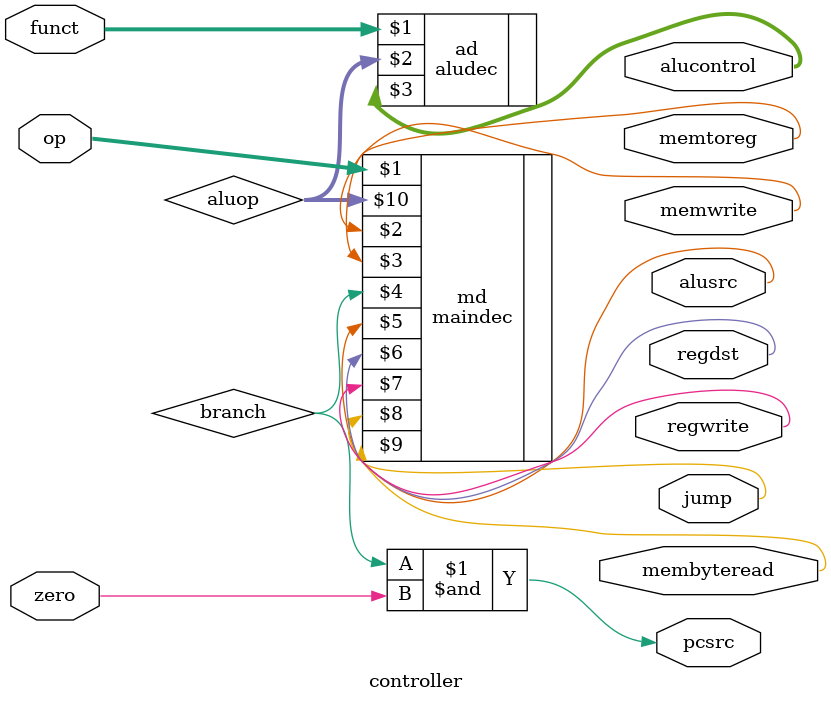
<source format=sv>
module controller(input  logic [5:0] op, funct,
                  input  logic       zero,
                  output logic       memtoreg, memwrite,
                  output logic       pcsrc, alusrc,
                  output logic       regdst, regwrite,
                  output logic       jump,
                  output logic       membyteread,
                  output logic [2:0] alucontrol);

  logic [1:0] aluop;
  logic       branch;

  maindec md(op, memtoreg, memwrite, branch,
             alusrc, regdst, regwrite, jump, membyteread, aluop);
  aludec  ad(funct, aluop, alucontrol);

  assign pcsrc = branch & zero;
endmodule



</source>
